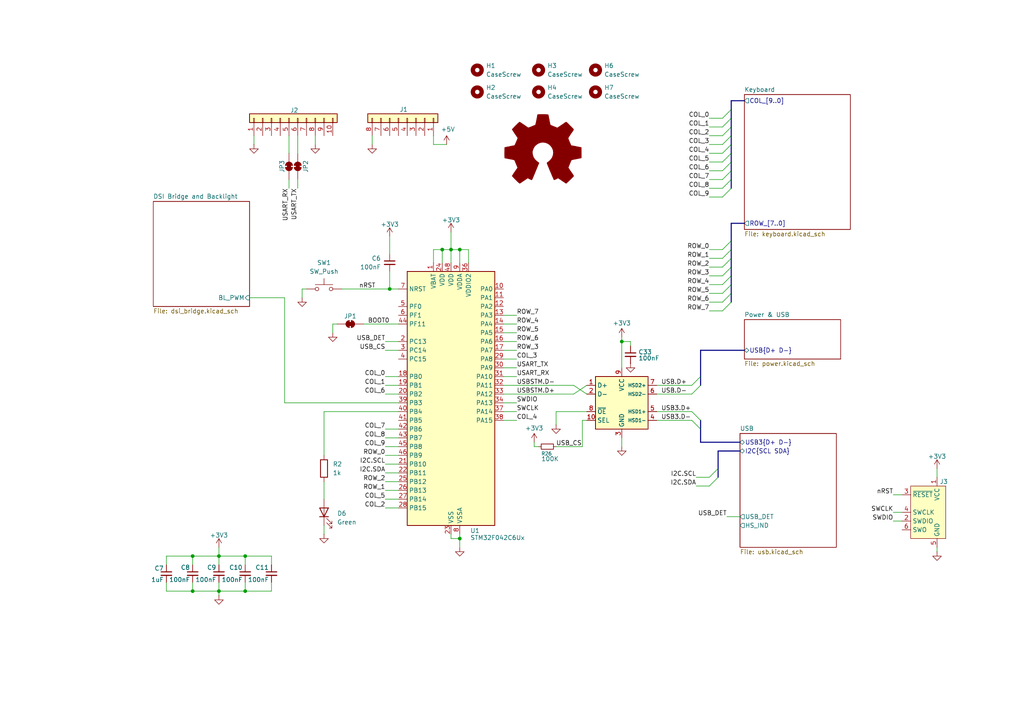
<source format=kicad_sch>
(kicad_sch (version 20250114) (generator "eeschema") (generator_version "9.0")
  (paper "A4")
  (lib_symbols
    (symbol "Connector:Conn_ARM_SWD_TagConnect_TC2030-NL" (in_bom no)
      (property "Reference" "J" (at 2.54 11.43 0))
      (property "Value" "Conn_ARM_SWD_TagConnect_TC2030-NL" (at 2.54 8.89 0))
      (symbol "Conn_ARM_SWD_TagConnect_TC2030-NL_0_0"
        (pin power_in line (at -2.54 10.16 270) (length 2.54) (name "VCC") (number "1"))
        (pin power_in line (at -2.54 -10.16 90) (length 2.54) (name "GND") (number "5"))
        (pin open_collector line (at 7.62 5.08 180) (length 2.54) (name "~{RESET}") (number "3"))
        (pin output line (at 7.62 0 180) (length 2.54) (name "SWCLK") (number "4"))
        (pin bidirectional line (at 7.62 -2.54 180) (length 2.54) (name "SWDIO") (number "2"))
        (pin input line (at 7.62 -5.08 180) (length 2.54) (name "SWO") (number "6"))
      )
      (symbol "Conn_ARM_SWD_TagConnect_TC2030-NL_0_1"
        (rectangle (start -5.08 7.62) (end 5.08 -7.62) (fill (type background)))
      )
    )
    (symbol "Connector_Generic:Conn_01x08" (pin_names (offset 1.016) (hide yes))
      (property "Reference" "J" (at 0 10.16 0))
      (property "Value" "Conn_01x08" (at 0 -12.7 0))
      (symbol "Conn_01x08_1_1"
        (rectangle (start -1.27 8.89) (end 1.27 -11.43) (stroke (width 0.254)) (fill (type background)))
        (rectangle (start -1.27 7.747) (end 0 7.493) (stroke (width 0.1524)))
        (rectangle (start -1.27 5.207) (end 0 4.953) (stroke (width 0.1524)))
        (rectangle (start -1.27 2.667) (end 0 2.413) (stroke (width 0.1524)))
        (rectangle (start -1.27 0.127) (end 0 -0.127) (stroke (width 0.1524)))
        (rectangle (start -1.27 -2.413) (end 0 -2.667) (stroke (width 0.1524)))
        (rectangle (start -1.27 -4.953) (end 0 -5.207) (stroke (width 0.1524)))
        (rectangle (start -1.27 -7.493) (end 0 -7.747) (stroke (width 0.1524)))
        (rectangle (start -1.27 -10.033) (end 0 -10.287) (stroke (width 0.1524)))
        (pin passive line (at -5.08 7.62 0) (length 3.81) (name "Pin_1") (number "1"))
        (pin passive line (at -5.08 5.08 0) (length 3.81) (name "Pin_2") (number "2"))
        (pin passive line (at -5.08 2.54 0) (length 3.81) (name "Pin_3") (number "3"))
        (pin passive line (at -5.08 0 0) (length 3.81) (name "Pin_4") (number "4"))
        (pin passive line (at -5.08 -2.54 0) (length 3.81) (name "Pin_5") (number "5"))
        (pin passive line (at -5.08 -5.08 0) (length 3.81) (name "Pin_6") (number "6"))
        (pin passive line (at -5.08 -7.62 0) (length 3.81) (name "Pin_7") (number "7"))
        (pin passive line (at -5.08 -10.16 0) (length 3.81) (name "Pin_8") (number "8"))
      )
    )
    (symbol "Connector_Generic:Conn_01x10" (pin_names (offset 1.016) (hide yes))
      (property "Reference" "J" (at 0 12.7 0))
      (property "Value" "Conn_01x10" (at 0 -15.24 0))
      (symbol "Conn_01x10_1_1"
        (rectangle (start -1.27 11.43) (end 1.27 -13.97) (stroke (width 0.254)) (fill (type background)))
        (rectangle (start -1.27 10.287) (end 0 10.033) (stroke (width 0.1524)))
        (rectangle (start -1.27 7.747) (end 0 7.493) (stroke (width 0.1524)))
        (rectangle (start -1.27 5.207) (end 0 4.953) (stroke (width 0.1524)))
        (rectangle (start -1.27 2.667) (end 0 2.413) (stroke (width 0.1524)))
        (rectangle (start -1.27 0.127) (end 0 -0.127) (stroke (width 0.1524)))
        (rectangle (start -1.27 -2.413) (end 0 -2.667) (stroke (width 0.1524)))
        (rectangle (start -1.27 -4.953) (end 0 -5.207) (stroke (width 0.1524)))
        (rectangle (start -1.27 -7.493) (end 0 -7.747) (stroke (width 0.1524)))
        (rectangle (start -1.27 -10.033) (end 0 -10.287) (stroke (width 0.1524)))
        (rectangle (start -1.27 -12.573) (end 0 -12.827) (stroke (width 0.1524)))
        (pin passive line (at -5.08 10.16 0) (length 3.81) (name "Pin_1") (number "1"))
        (pin passive line (at -5.08 7.62 0) (length 3.81) (name "Pin_2") (number "2"))
        (pin passive line (at -5.08 5.08 0) (length 3.81) (name "Pin_3") (number "3"))
        (pin passive line (at -5.08 2.54 0) (length 3.81) (name "Pin_4") (number "4"))
        (pin passive line (at -5.08 0 0) (length 3.81) (name "Pin_5") (number "5"))
        (pin passive line (at -5.08 -2.54 0) (length 3.81) (name "Pin_6") (number "6"))
        (pin passive line (at -5.08 -5.08 0) (length 3.81) (name "Pin_7") (number "7"))
        (pin passive line (at -5.08 -7.62 0) (length 3.81) (name "Pin_8") (number "8"))
        (pin passive line (at -5.08 -10.16 0) (length 3.81) (name "Pin_9") (number "9"))
        (pin passive line (at -5.08 -12.7 0) (length 3.81) (name "Pin_10") (number "10"))
      )
    )
    (symbol "Device:C_Small" (pin_numbers (hide yes)) (pin_names (offset 0.254) (hide yes))
      (property "Reference" "C" (at 0.254 1.778 0))
      (property "Value" "C_Small" (at 0.254 -2.032 0))
      (symbol "C_Small_0_1"
        (polyline (pts (xy -1.524 0.508) (xy 1.524 0.508)) (stroke (width 0.3048)))
        (polyline (pts (xy -1.524 -0.508) (xy 1.524 -0.508)) (stroke (width 0.3302)))
      )
      (symbol "C_Small_1_1"
        (pin passive line (at 0 2.54 270) (length 2.032) (name "~") (number "1"))
        (pin passive line (at 0 -2.54 90) (length 2.032) (name "~") (number "2"))
      )
    )
    (symbol "Device:LED" (pin_numbers (hide yes)) (pin_names (offset 1.016) (hide yes))
      (property "Reference" "D" (at 0 2.54 0))
      (property "Value" "LED" (at 0 -2.54 0))
      (symbol "LED_0_1"
        (polyline (pts (xy -3.048 -0.762) (xy -4.572 -2.286) (xy -3.81 -2.286) (xy -4.572 -2.286) (xy -4.572 -1.524)))
        (polyline (pts (xy -1.778 -0.762) (xy -3.302 -2.286) (xy -2.54 -2.286) (xy -3.302 -2.286) (xy -3.302 -1.524)))
        (polyline (pts (xy -1.27 0) (xy 1.27 0)))
        (polyline (pts (xy -1.27 -1.27) (xy -1.27 1.27)) (stroke (width 0.254)))
        (polyline (pts (xy 1.27 -1.27) (xy 1.27 1.27) (xy -1.27 0) (xy 1.27 -1.27)) (stroke (width 0.254)))
      )
      (symbol "LED_1_1"
        (pin passive line (at -3.81 0 0) (length 2.54) (name "K") (number "1"))
        (pin passive line (at 3.81 0 180) (length 2.54) (name "A") (number "2"))
      )
    )
    (symbol "Device:R" (pin_numbers (hide yes)) (pin_names (offset 0))
      (property "Reference" "R" (at 2.032 0 90))
      (property "Value" "R" (at 0 0 90))
      (symbol "R_0_1"
        (rectangle (start -1.016 -2.54) (end 1.016 2.54) (stroke (width 0.254)))
      )
      (symbol "R_1_1"
        (pin passive line (at 0 3.81 270) (length 1.27) (name "~") (number "1"))
        (pin passive line (at 0 -3.81 90) (length 1.27) (name "~") (number "2"))
      )
    )
    (symbol "Device:R_Small" (pin_numbers (hide yes)) (pin_names (offset 0.254) (hide yes))
      (property "Reference" "R" (at 0 0 90))
      (property "Value" "R_Small" (at 1.778 0 90))
      (symbol "R_Small_0_1"
        (rectangle (start -0.762 1.778) (end 0.762 -1.778) (stroke (width 0.2032)))
      )
      (symbol "R_Small_1_1"
        (pin passive line (at 0 2.54 270) (length 0.762) (name "~") (number "1"))
        (pin passive line (at 0 -2.54 90) (length 0.762) (name "~") (number "2"))
      )
    )
    (symbol "Graphic:Logo_Open_Hardware_Large" (in_bom no) (on_board no)
      (symbol "Logo_Open_Hardware_Large_1_1"
        (polyline (pts (xy 6.731 -8.7122) (xy 6.6294 -8.6614) (xy 6.35 -8.4836) (xy 5.9944 -8.255) (xy 5.5372 -7.9502) (xy 5.1054 -7.6454) (xy 4.7498 -7.4168) (xy 4.4958 -7.239) (xy 4.3942 -7.1882) (xy 4.318 -7.2136) (xy 4.1148 -7.3152) (xy 3.81 -7.4676) (xy 3.6322 -7.5692) (xy 3.3528 -7.6708) (xy 3.2258 -7.6962) (xy 3.2004 -7.6708) (xy 3.0988 -7.4676) (xy 2.9464 -7.0866) (xy 2.7178 -6.604) (xy 2.4892 -6.0452) (xy 2.2352 -5.4356) (xy 1.9558 -4.826) (xy 1.7272 -4.2164) (xy 1.4986 -3.683) (xy 1.3208 -3.2512) (xy 1.2192 -2.9464) (xy 1.1684 -2.8194) (xy 1.1938 -2.794) (xy 1.3208 -2.667) (xy 1.5748 -2.4892) (xy 2.0828 -2.0574) (xy 2.6162 -1.397) (xy 2.921 -0.6604) (xy 3.048 0.1524) (xy 2.9464 0.9144) (xy 2.6416 1.6256) (xy 2.1336 2.286) (xy 1.524 2.7686) (xy 0.8128 3.0734) (xy 0 3.175) (xy -0.762 3.0988) (xy -1.4986 2.794) (xy -2.159 2.286) (xy -2.4384 1.9812) (xy -2.8194 1.3208) (xy -3.048 0.6096) (xy -3.0734 0.4318) (xy -3.0226 -0.3556) (xy -2.794 -1.0922) (xy -2.3876 -1.7526) (xy -1.8288 -2.3114) (xy -1.7526 -2.3622) (xy -1.4732 -2.5654) (xy -1.2954 -2.6924) (xy -1.1684 -2.8194) (xy -2.159 -5.207) (xy -2.3114 -5.588) (xy -2.5908 -6.2484) (xy -2.8194 -6.8072) (xy -3.0226 -7.2644) (xy -3.1496 -7.5692) (xy -3.2258 -7.6708) (xy -3.2258 -7.6962) (xy -3.302 -7.6962) (xy -3.4798 -7.6454) (xy -3.8354 -7.4676) (xy -4.0386 -7.366) (xy -4.2926 -7.239) (xy -4.4196 -7.1882) (xy -4.5212 -7.239) (xy -4.7498 -7.3914) (xy -5.1054 -7.6454) (xy -5.5372 -7.9248) (xy -5.9436 -8.2042) (xy -6.3246 -8.4582) (xy -6.604 -8.636) (xy -6.731 -8.7122) (xy -6.7564 -8.7122) (xy -6.858 -8.636) (xy -7.0866 -8.4582) (xy -7.4168 -8.1534) (xy -7.874 -7.6962) (xy -7.9502 -7.62) (xy -8.3312 -7.239) (xy -8.636 -6.9088) (xy -8.8392 -6.6802) (xy -8.9154 -6.5786) (xy -8.9154 -6.5786) (xy -8.8392 -6.4516) (xy -8.6614 -6.1722) (xy -8.4328 -5.7912) (xy -8.128 -5.3594) (xy -7.3152 -4.191) (xy -7.7724 -3.0988) (xy -7.8994 -2.7686) (xy -8.0772 -2.3622) (xy -8.2042 -2.0828) (xy -8.255 -1.9558) (xy -8.382 -1.905) (xy -8.6614 -1.8542) (xy -9.0932 -1.7526) (xy -9.6266 -1.651) (xy -10.1092 -1.5748) (xy -10.541 -1.4732) (xy -10.8712 -1.4224) (xy -11.0236 -1.397) (xy -11.049 -1.3716) (xy -11.0744 -1.2954) (xy -11.0998 -1.143) (xy -11.0998 -0.889) (xy -11.1252 -0.4572) (xy -11.1252 0.1524) (xy -11.1252 0.2286) (xy -11.0998 0.8128) (xy -11.0998 1.27) (xy -11.0744 1.5494) (xy -11.0744 1.6764) (xy -11.0744 1.6764) (xy -10.922 1.7018) (xy -10.6172 1.778) (xy -10.16 1.8542) (xy -9.652 1.9558) (xy -9.6012 1.9812) (xy -9.0932 2.0828) (xy -8.636 2.159) (xy -8.3312 2.2352) (xy -8.2042 2.286) (xy -8.1788 2.3114) (xy -8.0772 2.5146) (xy -7.9248 2.8448) (xy -7.747 3.2512) (xy -7.5692 3.6576) (xy -7.4168 4.0386) (xy -7.3152 4.318) (xy -7.2898 4.445) (xy -7.2898 4.445) (xy -7.366 4.572) (xy -7.5438 4.826) (xy -7.7978 5.207) (xy -8.128 5.6642) (xy -8.128 5.6896) (xy -8.4328 6.1468) (xy -8.6868 6.5278) (xy -8.8392 6.7818) (xy -8.9154 6.9088) (xy -8.9154 6.9088) (xy -8.8138 7.0358) (xy -8.5852 7.2898) (xy -8.255 7.6454) (xy -7.874 8.0264) (xy -7.747 8.1534) (xy -7.3152 8.5852) (xy -7.0104 8.8646) (xy -6.8326 8.9916) (xy -6.731 9.0424) (xy -6.731 9.0424) (xy -6.604 8.9408) (xy -6.3246 8.763) (xy -5.9436 8.509) (xy -5.4864 8.2042) (xy -5.461 8.1788) (xy -5.0038 7.874) (xy -4.6482 7.62) (xy -4.3688 7.4422) (xy -4.2672 7.3914) (xy -4.2418 7.3914) (xy -4.064 7.4422) (xy -3.7338 7.5438) (xy -3.3528 7.6962) (xy -2.9464 7.874) (xy -2.5654 8.0264) (xy -2.286 8.1534) (xy -2.159 8.2296) (xy -2.159 8.2296) (xy -2.1082 8.382) (xy -2.032 8.7122) (xy -1.9304 9.1694) (xy -1.8288 9.7282) (xy -1.8034 9.8044) (xy -1.7018 10.3378) (xy -1.6256 10.7696) (xy -1.5748 11.0744) (xy -1.524 11.2014) (xy -1.4478 11.2268) (xy -1.1938 11.2522) (xy -0.8128 11.2522) (xy -0.3302 11.2522) (xy 0.1524 11.2522) (xy 0.6604 11.2522) (xy 1.0668 11.2268) (xy 1.3716 11.2014) (xy 1.4986 11.176) (xy 1.4986 11.176) (xy 1.5494 11.0236) (xy 1.6256 10.6934) (xy 1.7018 10.2108) (xy 1.8288 9.6774) (xy 1.8288 9.5758) (xy 1.9304 9.0424) (xy 2.032 8.6106) (xy 2.0828 8.3058) (xy 2.1336 8.2042) (xy 2.159 8.1788) (xy 2.3876 8.0772) (xy 2.7432 7.9248) (xy 3.175 7.747) (xy 4.191 7.3406) (xy 5.461 8.2042) (xy 5.5626 8.2804) (xy 6.0198 8.5852) (xy 6.3754 8.8392) (xy 6.6294 8.9916) (xy 6.7564 9.0424) (xy 6.7564 9.0424) (xy 6.8834 8.9408) (xy 7.1374 8.7122) (xy 7.4676 8.382) (xy 7.8486 7.9756) (xy 8.1534 7.6962) (xy 8.4836 7.3406) (xy 8.7122 7.112) (xy 8.8392 6.9596) (xy 8.8646 6.858) (xy 8.8646 6.8072) (xy 8.7884 6.6802) (xy 8.6106 6.4008) (xy 8.3312 6.0198) (xy 8.0264 5.588) (xy 7.7978 5.207) (xy 7.5184 4.8006) (xy 7.3406 4.4958) (xy 7.2898 4.3434) (xy 7.2898 4.2926) (xy 7.3914 4.0386) (xy 7.5184 3.683) (xy 7.7216 3.2258) (xy 8.1534 2.2352) (xy 8.7884 2.1082) (xy 9.1948 2.0574) (xy 9.7536 1.9304) (xy 10.2616 1.8288) (xy 11.0998 1.6764) (xy 11.1252 -1.3208) (xy 10.9982 -1.3716) (xy 10.8712 -1.397) (xy 10.5664 -1.4732) (xy 10.1346 -1.5494) (xy 9.6266 -1.651) (xy 9.1948 -1.7272) (xy 8.7376 -1.8288) (xy 8.4328 -1.8796) (xy 8.2804 -1.905) (xy 8.255 -1.9558) (xy 8.1534 -2.159) (xy 7.9756 -2.5146) (xy 7.8232 -2.921) (xy 7.6454 -3.3274) (xy 7.493 -3.7338) (xy 7.366 -4.0132) (xy 7.3406 -4.191) (xy 7.3914 -4.2926) (xy 7.5692 -4.5466) (xy 7.7978 -4.9276) (xy 8.1026 -5.3594) (xy 8.4074 -5.7912) (xy 8.6614 -6.1722) (xy 8.8138 -6.4262) (xy 8.89 -6.5532) (xy 8.8646 -6.6548) (xy 8.6868 -6.858) (xy 8.3566 -7.1882) (xy 7.874 -7.6708) (xy 7.7978 -7.747) (xy 7.3914 -8.128) (xy 7.0612 -8.4328) (xy 6.8326 -8.636) (xy 6.731 -8.7122)) (fill (type outline)))
      )
    )
    (symbol "Interface_USB:FSUSB42MUX"
      (symbol "FSUSB42MUX_0_1"
        (rectangle (start -7.62 7.62) (end 7.62 -7.62) (stroke (width 0.254)) (fill (type background)))
      )
      (symbol "FSUSB42MUX_1_1"
        (pin bidirectional line (at -10.16 5.08 0) (length 2.54) (name "D+") (number "1"))
        (pin bidirectional line (at -10.16 2.54 0) (length 2.54) (name "D-") (number "2"))
        (pin input line (at -10.16 -2.54 0) (length 2.54) (name "~{OE}") (number "8"))
        (pin input line (at -10.16 -5.08 0) (length 2.54) (name "SEL") (number "10"))
        (pin power_in line (at 0 10.16 270) (length 2.54) (name "VCC") (number "9"))
        (pin power_in line (at 0 -10.16 90) (length 2.54) (name "GND") (number "3"))
        (pin bidirectional line (at 10.16 5.08 180) (length 2.54) (name "HSD2+") (number "7"))
        (pin bidirectional line (at 10.16 2.54 180) (length 2.54) (name "HSD2-") (number "6"))
        (pin bidirectional line (at 10.16 -2.54 180) (length 2.54) (name "HSD1+") (number "5"))
        (pin bidirectional line (at 10.16 -5.08 180) (length 2.54) (name "HSD1-") (number "4"))
      )
    )
    (symbol "Jumper:SolderJumper_2_Bridged" (pin_numbers (hide yes)) (pin_names (offset 0) (hide yes)) (in_bom no)
      (property "Reference" "JP" (at 0 2.032 0))
      (property "Value" "SolderJumper_2_Bridged" (at 0 -2.54 0))
      (symbol "SolderJumper_2_Bridged_0_1"
        (rectangle (start -0.508 0.508) (end 0.508 -0.508) (fill (type outline)))
        (polyline (pts (xy -0.254 1.016) (xy -0.254 -1.016)))
        (arc (start -0.254 -1.016) (mid -1.2656 0) (end -0.254 1.016))
        (arc (start -0.254 -1.016) (mid -1.2656 0) (end -0.254 1.016) (fill (type outline)))
        (arc (start 0.254 1.016) (mid 1.2656 0) (end 0.254 -1.016))
        (arc (start 0.254 1.016) (mid 1.2656 0) (end 0.254 -1.016) (fill (type outline)))
        (polyline (pts (xy 0.254 1.016) (xy 0.254 -1.016)))
      )
      (symbol "SolderJumper_2_Bridged_1_1"
        (pin passive line (at -3.81 0 0) (length 2.54) (name "A") (number "1"))
        (pin passive line (at 3.81 0 180) (length 2.54) (name "B") (number "2"))
      )
    )
    (symbol "MCU_ST_STM32F0:STM32F042C6Ux"
      (property "Reference" "U" (at -12.7 39.37 0))
      (property "Value" "STM32F042C6Ux" (at 7.62 39.37 0))
      (symbol "STM32F042C6Ux_0_1"
        (rectangle (start -12.7 -35.56) (end 12.7 38.1) (stroke (width 0.254)) (fill (type background)))
      )
      (symbol "STM32F042C6Ux_1_1"
        (pin input line (at -15.24 33.02 0) (length 2.54) (name "NRST") (number "7"))
        (pin bidirectional line (at -15.24 27.94 0) (length 2.54) (name "PF0") (number "5"))
        (pin bidirectional line (at -15.24 25.4 0) (length 2.54) (name "PF1") (number "6"))
        (pin bidirectional line (at -15.24 22.86 0) (length 2.54) (name "PF11") (number "44"))
        (pin bidirectional line (at -15.24 17.78 0) (length 2.54) (name "PC13") (number "2"))
        (pin bidirectional line (at -15.24 15.24 0) (length 2.54) (name "PC14") (number "3"))
        (pin bidirectional line (at -15.24 12.7 0) (length 2.54) (name "PC15") (number "4"))
        (pin bidirectional line (at -15.24 7.62 0) (length 2.54) (name "PB0") (number "18"))
        (pin bidirectional line (at -15.24 5.08 0) (length 2.54) (name "PB1") (number "19"))
        (pin bidirectional line (at -15.24 2.54 0) (length 2.54) (name "PB2") (number "20"))
        (pin bidirectional line (at -15.24 0 0) (length 2.54) (name "PB3") (number "39"))
        (pin bidirectional line (at -15.24 -2.54 0) (length 2.54) (name "PB4") (number "40"))
        (pin bidirectional line (at -15.24 -5.08 0) (length 2.54) (name "PB5") (number "41"))
        (pin bidirectional line (at -15.24 -7.62 0) (length 2.54) (name "PB6") (number "42"))
        (pin bidirectional line (at -15.24 -10.16 0) (length 2.54) (name "PB7") (number "43"))
        (pin bidirectional line (at -15.24 -12.7 0) (length 2.54) (name "PB8") (number "45"))
        (pin bidirectional line (at -15.24 -15.24 0) (length 2.54) (name "PB9") (number "46"))
        (pin bidirectional line (at -15.24 -17.78 0) (length 2.54) (name "PB10") (number "21"))
        (pin bidirectional line (at -15.24 -20.32 0) (length 2.54) (name "PB11") (number "22"))
        (pin bidirectional line (at -15.24 -22.86 0) (length 2.54) (name "PB12") (number "25"))
        (pin bidirectional line (at -15.24 -25.4 0) (length 2.54) (name "PB13") (number "26"))
        (pin bidirectional line (at -15.24 -27.94 0) (length 2.54) (name "PB14") (number "27"))
        (pin bidirectional line (at -15.24 -30.48 0) (length 2.54) (name "PB15") (number "28"))
        (pin power_in line (at -5.08 40.64 270) (length 2.54) (name "VBAT") (number "1"))
        (pin power_in line (at -2.54 40.64 270) (length 2.54) (name "VDD") (number "24"))
        (pin power_in line (at 0 40.64 270) (length 2.54) (name "VDD") (number "48"))
        (pin power_in line (at 0 -38.1 90) (length 2.54) (name "VSS") (number "23"))
        (pin passive line (at 0 -38.1 90) (length 2.54) (hide yes) (name "VSS") (number "35"))
        (pin passive line (at 0 -38.1 90) (length 2.54) (hide yes) (name "VSS") (number "47"))
        (pin passive line (at 0 -38.1 90) (length 2.54) (hide yes) (name "VSS") (number "49"))
        (pin power_in line (at 2.54 40.64 270) (length 2.54) (name "VDDA") (number "9"))
        (pin power_in line (at 2.54 -38.1 90) (length 2.54) (name "VSSA") (number "8"))
        (pin power_in line (at 5.08 40.64 270) (length 2.54) (name "VDDIO2") (number "36"))
        (pin bidirectional line (at 15.24 33.02 180) (length 2.54) (name "PA0") (number "10"))
        (pin bidirectional line (at 15.24 30.48 180) (length 2.54) (name "PA1") (number "11"))
        (pin bidirectional line (at 15.24 27.94 180) (length 2.54) (name "PA2") (number "12"))
        (pin bidirectional line (at 15.24 25.4 180) (length 2.54) (name "PA3") (number "13"))
        (pin bidirectional line (at 15.24 22.86 180) (length 2.54) (name "PA4") (number "14"))
        (pin bidirectional line (at 15.24 20.32 180) (length 2.54) (name "PA5") (number "15"))
        (pin bidirectional line (at 15.24 17.78 180) (length 2.54) (name "PA6") (number "16"))
        (pin bidirectional line (at 15.24 15.24 180) (length 2.54) (name "PA7") (number "17"))
        (pin bidirectional line (at 15.24 12.7 180) (length 2.54) (name "PA8") (number "29"))
        (pin bidirectional line (at 15.24 10.16 180) (length 2.54) (name "PA9") (number "30"))
        (pin bidirectional line (at 15.24 7.62 180) (length 2.54) (name "PA10") (number "31"))
        (pin bidirectional line (at 15.24 5.08 180) (length 2.54) (name "PA11") (number "32"))
        (pin bidirectional line (at 15.24 2.54 180) (length 2.54) (name "PA12") (number "33"))
        (pin bidirectional line (at 15.24 0 180) (length 2.54) (name "PA13") (number "34"))
        (pin bidirectional line (at 15.24 -2.54 180) (length 2.54) (name "PA14") (number "37"))
        (pin bidirectional line (at 15.24 -5.08 180) (length 2.54) (name "PA15") (number "38"))
      )
    )
    (symbol "Mechanical:MountingHole" (pin_names (offset 1.016)) (in_bom no)
      (property "Reference" "H" (at 0 5.08 0))
      (property "Value" "MountingHole" (at 0 3.175 0))
      (symbol "MountingHole_0_1"
        (circle (center 0 0) (radius 1.27) (stroke (width 1.27)))
      )
    )
    (symbol "Switch:SW_Push" (pin_numbers (hide yes)) (pin_names (offset 1.016) (hide yes))
      (property "Reference" "SW" (at 1.27 2.54 0))
      (property "Value" "SW_Push" (at 0 -1.524 0))
      (symbol "SW_Push_0_1"
        (circle (center -2.032 0) (radius 0.508))
        (polyline (pts (xy 0 1.27) (xy 0 3.048)))
        (circle (center 2.032 0) (radius 0.508))
        (polyline (pts (xy 2.54 1.27) (xy -2.54 1.27)))
        (pin passive line (at -5.08 0 0) (length 2.54) (name "1") (number "1"))
        (pin passive line (at 5.08 0 180) (length 2.54) (name "2") (number "2"))
      )
    )
    (symbol "power:+3V3" (power) (pin_numbers (hide yes)) (pin_names (offset 0) (hide yes))
      (property "Value" "+3V3" (at 0 3.556 0))
      (symbol "+3V3_0_1"
        (polyline (pts (xy -0.762 1.27) (xy 0 2.54)))
        (polyline (pts (xy 0 2.54) (xy 0.762 1.27)))
        (polyline (pts (xy 0 0) (xy 0 2.54)))
      )
      (symbol "+3V3_1_1"
        (pin power_in line (at 0 0 90) (length 0) (name "~") (number "1"))
      )
    )
    (symbol "power:+5V" (power) (pin_names (offset 0))
      (property "Value" "+5V" (at 0 3.556 0))
      (symbol "+5V_0_1"
        (polyline (pts (xy -0.762 1.27) (xy 0 2.54)))
        (polyline (pts (xy 0 2.54) (xy 0.762 1.27)))
        (polyline (pts (xy 0 0) (xy 0 2.54)))
      )
      (symbol "+5V_1_1"
        (pin power_in line (at 0 0 90) (length 0) (hide yes) (name "+5V") (number "1"))
      )
    )
    (symbol "power:GND" (power) (pin_numbers (hide yes)) (pin_names (offset 0) (hide yes))
      (property "Value" "GND" (at 0 -3.81 0))
      (symbol "GND_0_1"
        (polyline (pts (xy 0 0) (xy 0 -1.27) (xy 1.27 -1.27) (xy 0 -2.54) (xy -1.27 -1.27) (xy 0 -1.27)))
      )
      (symbol "GND_1_1"
        (pin power_in line (at 0 0 270) (length 0) (name "~") (number "1"))
      )
    )
  )
  (junction (at 63.5 161.29))
  (junction (at 63.5 171.45))
  (junction (at 128.27 72.39))
  (junction (at 133.35 156.21))
  (junction (at 55.88 171.45))
  (junction (at 71.12 161.29))
  (junction (at 130.81 72.39))
  (junction (at 71.12 171.45))
  (junction (at 113.03 83.82))
  (junction (at 133.35 72.39))
  (junction (at 55.88 161.29))
  (junction (at 180.34 99.06))
  (bus_entry (at 200.66 119.38) (size 2.54 2.54))
  (bus_entry (at 212.09 44.45) (size -2.54 2.54))
  (bus_entry (at 212.09 41.91) (size -2.54 2.54))
  (bus_entry (at 212.09 85.09) (size -2.54 2.54))
  (bus_entry (at 212.09 34.29) (size -2.54 2.54))
  (bus_entry (at 212.09 82.55) (size -2.54 2.54))
  (bus_entry (at 212.09 52.07) (size -2.54 2.54))
  (bus_entry (at 200.66 121.92) (size 2.54 2.54))
  (bus_entry (at 205.74 138.43) (size 2.54 -2.54))
  (bus_entry (at 212.09 36.83) (size -2.54 2.54))
  (bus_entry (at 212.09 69.85) (size -2.54 2.54))
  (bus_entry (at 205.74 140.97) (size 2.54 -2.54))
  (bus_entry (at 212.09 80.01) (size -2.54 2.54))
  (bus_entry (at 212.09 39.37) (size -2.54 2.54))
  (bus_entry (at 212.09 54.61) (size -2.54 2.54))
  (bus_entry (at 212.09 77.47) (size -2.54 2.54))
  (bus_entry (at 212.09 46.99) (size -2.54 2.54))
  (bus_entry (at 200.66 114.3) (size 2.54 -2.54))
  (bus_entry (at 212.09 31.75) (size -2.54 2.54))
  (bus_entry (at 212.09 87.63) (size -2.54 2.54))
  (bus_entry (at 212.09 74.93) (size -2.54 2.54))
  (bus_entry (at 212.09 72.39) (size -2.54 2.54))
  (bus_entry (at 200.66 111.76) (size 2.54 -2.54))
  (bus_entry (at 212.09 49.53) (size -2.54 2.54))
  (wire (pts (xy 78.74 161.29) (xy 78.74 163.83)))
  (wire (pts (xy 115.57 147.32) (xy 111.76 147.32)))
  (wire (pts (xy 190.5 121.92) (xy 200.66 121.92)))
  (wire (pts (xy 133.35 72.39) (xy 130.81 72.39)))
  (wire (pts (xy 86.36 44.45) (xy 86.36 39.37)))
  (wire (pts (xy 146.05 114.3) (xy 166.37 114.3)))
  (bus (pts (xy 212.09 77.47) (xy 212.09 74.93)))
  (wire (pts (xy 63.5 171.45) (xy 63.5 172.72)))
  (bus (pts (xy 212.09 80.01) (xy 212.09 77.47)))
  (wire (pts (xy 166.37 114.3) (xy 170.18 111.76)))
  (wire (pts (xy 205.74 49.53) (xy 209.55 49.53)))
  (wire (pts (xy 115.57 132.08) (xy 111.76 132.08)))
  (wire (pts (xy 168.91 121.92) (xy 170.18 121.92)))
  (wire (pts (xy 63.5 161.29) (xy 63.5 163.83)))
  (wire (pts (xy 99.06 83.82) (xy 113.03 83.82)))
  (wire (pts (xy 115.57 111.76) (xy 111.76 111.76)))
  (wire (pts (xy 125.73 41.91) (xy 125.73 39.37)))
  (wire (pts (xy 205.74 57.15) (xy 209.55 57.15)))
  (wire (pts (xy 125.73 76.2) (xy 125.73 72.39)))
  (wire (pts (xy 161.29 119.38) (xy 161.29 123.19)))
  (wire (pts (xy 205.74 87.63) (xy 209.55 87.63)))
  (wire (pts (xy 93.98 154.94) (xy 93.98 152.4)))
  (bus (pts (xy 212.09 85.09) (xy 212.09 82.55)))
  (wire (pts (xy 180.34 99.06) (xy 180.34 106.68)))
  (wire (pts (xy 115.57 144.78) (xy 111.76 144.78)))
  (bus (pts (xy 208.28 130.81) (xy 208.28 135.89)))
  (wire (pts (xy 113.03 83.82) (xy 115.57 83.82)))
  (wire (pts (xy 205.74 41.91) (xy 209.55 41.91)))
  (wire (pts (xy 205.74 82.55) (xy 209.55 82.55)))
  (wire (pts (xy 128.27 76.2) (xy 128.27 72.39)))
  (wire (pts (xy 105.41 93.98) (xy 115.57 93.98)))
  (wire (pts (xy 133.35 76.2) (xy 133.35 72.39)))
  (wire (pts (xy 259.08 143.51) (xy 261.62 143.51)))
  (wire (pts (xy 146.05 119.38) (xy 149.86 119.38)))
  (wire (pts (xy 55.88 161.29) (xy 55.88 163.83)))
  (wire (pts (xy 166.37 111.76) (xy 170.18 114.3)))
  (wire (pts (xy 115.57 124.46) (xy 111.76 124.46)))
  (bus (pts (xy 212.09 36.83) (xy 212.09 34.29)))
  (wire (pts (xy 190.5 111.76) (xy 200.66 111.76)))
  (wire (pts (xy 259.08 148.59) (xy 261.62 148.59)))
  (wire (pts (xy 135.89 72.39) (xy 133.35 72.39)))
  (wire (pts (xy 73.66 39.37) (xy 73.66 41.91)))
  (wire (pts (xy 135.89 76.2) (xy 135.89 72.39)))
  (wire (pts (xy 146.05 111.76) (xy 166.37 111.76)))
  (wire (pts (xy 130.81 72.39) (xy 130.81 76.2)))
  (wire (pts (xy 107.95 39.37) (xy 107.95 41.91)))
  (wire (pts (xy 115.57 119.38) (xy 93.98 119.38)))
  (wire (pts (xy 133.35 154.94) (xy 133.35 156.21)))
  (wire (pts (xy 168.91 121.92) (xy 168.91 129.54)))
  (wire (pts (xy 205.74 39.37) (xy 209.55 39.37)))
  (wire (pts (xy 271.78 135.89) (xy 271.78 138.43)))
  (wire (pts (xy 190.5 114.3) (xy 200.66 114.3)))
  (wire (pts (xy 82.55 86.36) (xy 82.55 116.84)))
  (wire (pts (xy 48.26 171.45) (xy 48.26 168.91)))
  (wire (pts (xy 130.81 156.21) (xy 133.35 156.21)))
  (wire (pts (xy 63.5 168.91) (xy 63.5 171.45)))
  (wire (pts (xy 205.74 140.97) (xy 201.93 140.97)))
  (wire (pts (xy 111.76 101.6) (xy 115.57 101.6)))
  (wire (pts (xy 83.82 52.07) (xy 83.82 54.61)))
  (bus (pts (xy 212.09 72.39) (xy 212.09 69.85)))
  (wire (pts (xy 154.94 129.54) (xy 156.21 129.54)))
  (wire (pts (xy 115.57 109.22) (xy 111.76 109.22)))
  (bus (pts (xy 203.2 101.6) (xy 215.9 101.6)))
  (wire (pts (xy 63.5 171.45) (xy 71.12 171.45)))
  (wire (pts (xy 97.79 93.98) (xy 96.52 93.98)))
  (wire (pts (xy 271.78 160.02) (xy 271.78 158.75)))
  (wire (pts (xy 259.08 151.13) (xy 261.62 151.13)))
  (bus (pts (xy 212.09 85.09) (xy 212.09 87.63)))
  (wire (pts (xy 205.74 34.29) (xy 209.55 34.29)))
  (wire (pts (xy 72.39 86.36) (xy 82.55 86.36)))
  (bus (pts (xy 203.2 111.76) (xy 203.2 109.22)))
  (wire (pts (xy 91.44 39.37) (xy 91.44 41.91)))
  (wire (pts (xy 88.9 83.82) (xy 87.63 83.82)))
  (wire (pts (xy 205.74 80.01) (xy 209.55 80.01)))
  (wire (pts (xy 180.34 97.79) (xy 180.34 99.06)))
  (wire (pts (xy 115.57 139.7) (xy 111.76 139.7)))
  (wire (pts (xy 146.05 116.84) (xy 149.86 116.84)))
  (wire (pts (xy 182.88 99.06) (xy 182.88 100.33)))
  (wire (pts (xy 205.74 52.07) (xy 209.55 52.07)))
  (wire (pts (xy 154.94 128.27) (xy 154.94 129.54)))
  (wire (pts (xy 205.74 72.39) (xy 209.55 72.39)))
  (bus (pts (xy 212.09 44.45) (xy 212.09 41.91)))
  (bus (pts (xy 212.09 39.37) (xy 212.09 36.83)))
  (wire (pts (xy 115.57 127) (xy 111.76 127)))
  (wire (pts (xy 146.05 121.92) (xy 149.86 121.92)))
  (wire (pts (xy 55.88 168.91) (xy 55.88 171.45)))
  (wire (pts (xy 146.05 104.14) (xy 149.86 104.14)))
  (bus (pts (xy 212.09 41.91) (xy 212.09 39.37)))
  (bus (pts (xy 215.9 29.21) (xy 212.09 29.21)))
  (wire (pts (xy 205.74 54.61) (xy 209.55 54.61)))
  (wire (pts (xy 115.57 129.54) (xy 111.76 129.54)))
  (bus (pts (xy 208.28 135.89) (xy 208.28 138.43)))
  (wire (pts (xy 87.63 83.82) (xy 87.63 86.36)))
  (wire (pts (xy 146.05 101.6) (xy 149.86 101.6)))
  (bus (pts (xy 214.63 130.81) (xy 208.28 130.81)))
  (wire (pts (xy 86.36 54.61) (xy 86.36 52.07)))
  (wire (pts (xy 48.26 163.83) (xy 48.26 161.29)))
  (bus (pts (xy 212.09 34.29) (xy 212.09 31.75)))
  (wire (pts (xy 48.26 161.29) (xy 55.88 161.29)))
  (wire (pts (xy 205.74 138.43) (xy 201.93 138.43)))
  (wire (pts (xy 205.74 74.93) (xy 209.55 74.93)))
  (wire (pts (xy 83.82 39.37) (xy 83.82 44.45)))
  (wire (pts (xy 180.34 99.06) (xy 182.88 99.06)))
  (wire (pts (xy 205.74 36.83) (xy 209.55 36.83)))
  (bus (pts (xy 212.09 49.53) (xy 212.09 46.99)))
  (wire (pts (xy 55.88 171.45) (xy 63.5 171.45)))
  (bus (pts (xy 212.09 82.55) (xy 212.09 80.01)))
  (wire (pts (xy 205.74 44.45) (xy 209.55 44.45)))
  (wire (pts (xy 205.74 85.09) (xy 209.55 85.09)))
  (bus (pts (xy 215.9 64.77) (xy 212.09 64.77)))
  (bus (pts (xy 203.2 124.46) (xy 203.2 128.27)))
  (wire (pts (xy 161.29 129.54) (xy 168.91 129.54)))
  (wire (pts (xy 82.55 116.84) (xy 115.57 116.84)))
  (wire (pts (xy 78.74 171.45) (xy 78.74 168.91)))
  (wire (pts (xy 125.73 41.91) (xy 129.54 41.91)))
  (bus (pts (xy 212.09 54.61) (xy 212.09 52.07)))
  (wire (pts (xy 115.57 134.62) (xy 111.76 134.62)))
  (bus (pts (xy 203.2 109.22) (xy 203.2 101.6)))
  (bus (pts (xy 212.09 46.99) (xy 212.09 44.45)))
  (wire (pts (xy 205.74 77.47) (xy 209.55 77.47)))
  (wire (pts (xy 146.05 106.68) (xy 149.86 106.68)))
  (bus (pts (xy 212.09 64.77) (xy 212.09 69.85)))
  (wire (pts (xy 190.5 119.38) (xy 200.66 119.38)))
  (wire (pts (xy 133.35 156.21) (xy 133.35 158.75)))
  (wire (pts (xy 113.03 68.58) (xy 113.03 73.66)))
  (wire (pts (xy 146.05 96.52) (xy 149.86 96.52)))
  (wire (pts (xy 170.18 119.38) (xy 161.29 119.38)))
  (wire (pts (xy 55.88 171.45) (xy 48.26 171.45)))
  (bus (pts (xy 203.2 121.92) (xy 203.2 124.46)))
  (wire (pts (xy 205.74 90.17) (xy 209.55 90.17)))
  (wire (pts (xy 113.03 78.74) (xy 113.03 83.82)))
  (wire (pts (xy 71.12 171.45) (xy 71.12 168.91)))
  (wire (pts (xy 205.74 46.99) (xy 209.55 46.99)))
  (bus (pts (xy 212.09 52.07) (xy 212.09 49.53)))
  (bus (pts (xy 212.09 31.75) (xy 212.09 29.21)))
  (wire (pts (xy 115.57 137.16) (xy 111.76 137.16)))
  (wire (pts (xy 146.05 109.22) (xy 149.86 109.22)))
  (wire (pts (xy 115.57 99.06) (xy 111.76 99.06)))
  (wire (pts (xy 146.05 93.98) (xy 149.86 93.98)))
  (wire (pts (xy 93.98 119.38) (xy 93.98 132.08)))
  (bus (pts (xy 214.63 128.27) (xy 203.2 128.27)))
  (wire (pts (xy 146.05 99.06) (xy 149.86 99.06)))
  (wire (pts (xy 71.12 161.29) (xy 78.74 161.29)))
  (wire (pts (xy 115.57 142.24) (xy 111.76 142.24)))
  (wire (pts (xy 214.63 149.86) (xy 210.82 149.86)))
  (wire (pts (xy 96.52 93.98) (xy 96.52 96.52)))
  (wire (pts (xy 115.57 114.3) (xy 111.76 114.3)))
  (wire (pts (xy 146.05 91.44) (xy 149.86 91.44)))
  (wire (pts (xy 125.73 72.39) (xy 128.27 72.39)))
  (wire (pts (xy 180.34 127) (xy 180.34 129.54)))
  (wire (pts (xy 128.27 72.39) (xy 130.81 72.39)))
  (wire (pts (xy 63.5 158.75) (xy 63.5 161.29)))
  (wire (pts (xy 55.88 161.29) (xy 63.5 161.29)))
  (wire (pts (xy 130.81 67.31) (xy 130.81 72.39)))
  (wire (pts (xy 93.98 139.7) (xy 93.98 144.78)))
  (wire (pts (xy 63.5 161.29) (xy 71.12 161.29)))
  (wire (pts (xy 71.12 171.45) (xy 78.74 171.45)))
  (wire (pts (xy 71.12 161.29) (xy 71.12 163.83)))
  (wire (pts (xy 130.81 154.94) (xy 130.81 156.21)))
  (bus (pts (xy 212.09 74.93) (xy 212.09 72.39)))
  (label "COL_6" (at 205.74 49.53 180))
  (label "ROW_0" (at 205.74 72.39 180))
  (label "BOOT0" (at 106.68 93.98 0))
  (label "COL_9" (at 111.76 129.54 180))
  (label "ROW_5" (at 205.74 85.09 180))
  (label "USB_CS" (at 161.29 129.54 0))
  (label "ROW_2" (at 111.76 139.7 180))
  (label "ROW_2" (at 205.74 77.47 180))
  (label "SWDIO" (at 149.86 116.84 0))
  (label "COL_5" (at 205.74 46.99 180))
  (label "ROW_4" (at 205.74 82.55 180))
  (label "nRST" (at 104.14 83.82 0))
  (label "I2C.SCL" (at 201.93 138.43 180))
  (label "USART_RX" (at 83.82 54.61 270))
  (label "ROW_4" (at 149.86 93.98 0))
  (label "ROW_1" (at 111.76 142.24 180))
  (label "USBSTM.D+" (at 149.86 114.3 0))
  (label "USB_CS" (at 111.76 101.6 180))
  (label "USART_RX" (at 149.86 109.22 0))
  (label "ROW_3" (at 149.86 101.6 0))
  (label "ROW_1" (at 205.74 74.93 180))
  (label "USB.D-" (at 191.77 114.3 0))
  (label "USB.D+" (at 191.77 111.76 0))
  (label "I2C.SCL" (at 111.76 134.62 180))
  (label "COL_7" (at 111.76 124.46 180))
  (label "SWCLK" (at 149.86 119.38 0))
  (label "USB3.D-" (at 191.77 121.92 0))
  (label "USBSTM.D-" (at 149.86 111.76 0))
  (label "COL_7" (at 205.74 52.07 180))
  (label "COL_1" (at 111.76 111.76 180))
  (label "COL_2" (at 111.76 147.32 180))
  (label "ROW_7" (at 149.86 91.44 0))
  (label "nRST" (at 259.08 143.51 180))
  (label "I2C.SDA" (at 111.76 137.16 180))
  (label "COL_6" (at 111.76 114.3 180))
  (label "SWDIO" (at 259.08 151.13 180))
  (label "COL_8" (at 111.76 127 180))
  (label "ROW_6" (at 205.74 87.63 180))
  (label "COL_2" (at 205.74 39.37 180))
  (label "COL_8" (at 205.74 54.61 180))
  (label "I2C.SDA" (at 201.93 140.97 180))
  (label "COL_0" (at 205.74 34.29 180))
  (label "ROW_6" (at 149.86 99.06 0))
  (label "COL_5" (at 111.76 144.78 180))
  (label "USB3.D+" (at 191.77 119.38 0))
  (label "ROW_3" (at 205.74 80.01 180))
  (label "COL_4" (at 205.74 44.45 180))
  (label "ROW_7" (at 205.74 90.17 180))
  (label "COL_3" (at 205.74 41.91 180))
  (label "USB_DET" (at 111.76 99.06 180))
  (label "ROW_0" (at 111.76 132.08 180))
  (label "COL_9" (at 205.74 57.15 180))
  (label "COL_3" (at 149.86 104.14 0))
  (label "ROW_5" (at 149.86 96.52 0))
  (label "USB_DET" (at 210.82 149.86 180))
  (label "COL_4" (at 149.86 121.92 0))
  (label "COL_0" (at 111.76 109.22 180))
  (label "USART_TX" (at 86.36 54.61 270))
  (label "COL_1" (at 205.74 36.83 180))
  (label "USART_TX" (at 149.86 106.68 0))
  (label "SWCLK" (at 259.08 148.59 180))
  (symbol (lib_id "Mechanical:MountingHole") (at 156.21 20.32 0) (unit 1) (in_bom no)
    (property "Reference" "H3" (at 158.75 19.0499 0) (effects (justify left)))
    (property "Value" "CaseScrew" (at 158.75 21.5899 0) (effects (justify left)))
    (property "Footprint" "MountingHole:MountingHole_2.7mm_Pad" (effects (hide yes)))
    (property "Description" "Mounting Hole without connection" (effects (hide yes)))
  )
  (symbol (lib_id "Connector_Generic:Conn_01x10") (at 83.82 34.29 90) (unit 1)
    (property "Reference" "J2" (at 85.344 32.004 90))
    (property "Value" "Conn_01x10" (effects (hide yes)))
    (property "Footprint" "Connector_Harwin:Harwin_M20-89010xx_1x10_P2.54mm_Horizontal" (effects (hide yes)))
    (property "Description" "Generic connector, single row, 01x10, script generated (kicad-library-utils/schlib/autogen/connector/)" (effects (hide yes)))
  )
  (symbol (lib_id "Graphic:Logo_Open_Hardware_Large") (at 157.48 44.45 0) (unit 1) (in_bom no)
    (property "Reference" "#SYM1" (effects (hide yes)))
    (property "Value" "Logo_Open_Hardware_Large" (effects (hide yes)))
    (property "Footprint" "Symbol:OSHW-Logo2_24.3x20mm_SilkScreen" (effects (hide yes)))
    (property "Description" "Open Hardware logo, large" (effects (hide yes)))
    (property "Sim.Enable" "0" (effects (hide yes)))
  )
  (symbol (lib_id "power:+3V3") (at 154.94 128.27 0) (unit 1)
    (property "Reference" "#PWR080" (effects (hide yes)))
    (property "Value" "+3V3" (at 154.94 124.206 0))
    (property "Description" "Power symbol creates a global label with name \"+3V3\"" (effects (hide yes)))
  )
  (symbol (lib_id "power:GND") (at 271.78 160.02 0) (unit 1)
    (property "Reference" "#PWR013" (effects (hide yes)))
    (property "Value" "GND" (effects (hide yes)))
    (property "Description" "Power symbol creates a global label with name \"GND\" , ground" (effects (hide yes)))
  )
  (symbol (lib_id "power:+5V") (at 271.78 135.89 0) (unit 1)
    (property "Reference" "#PWR08" (effects (hide yes)))
    (property "Value" "+3V3" (at 271.78 132.3881 0))
  )
  (symbol (lib_id "power:GND") (at 91.44 41.91 0) (unit 1)
    (property "Reference" "#PWR06" (effects (hide yes)))
    (property "Value" "GND" (effects (hide yes)))
    (property "Description" "Power symbol creates a global label with name \"GND\" , ground" (effects (hide yes)))
  )
  (symbol (lib_id "power:GND") (at 93.98 154.94 0) (unit 1)
    (property "Reference" "#PWR018" (effects (hide yes)))
    (property "Value" "GND" (effects (hide yes)))
    (property "Description" "Power symbol creates a global label with name \"GND\" , ground" (effects (hide yes)))
  )
  (symbol (lib_id "power:GND") (at 96.52 96.52 0) (unit 1)
    (property "Reference" "#PWR04" (effects (hide yes)))
    (property "Value" "GND" (effects (hide yes)))
    (property "Description" "Power symbol creates a global label with name \"GND\" , ground" (effects (hide yes)))
  )
  (symbol (lib_id "MCU_ST_STM32F0:STM32F042C6Ux") (at 130.81 116.84 0) (unit 1)
    (property "Reference" "U1" (at 136.398 153.924 0) (effects (justify left)))
    (property "Value" "STM32F042C6Ux" (at 136.398 155.956 0) (effects (justify left)))
    (property "Footprint" "Package_DFN_QFN:QFN-48-1EP_7x7mm_P0.5mm_EP5.6x5.6mm" (effects (hide yes)))
    (property "Datasheet" "https://www.st.com/resource/en/datasheet/stm32f042c6.pdf" (effects (hide yes)))
    (property "Description" "STMicroelectronics Arm Cortex-M0 MCU, 32KB flash, 6KB RAM, 48 MHz, 2.0-3.6V, 38 GPIO, UFQFPN48" (effects (hide yes)))
  )
  (symbol (lib_id "power:GND") (at 161.29 123.19 0) (unit 1)
    (property "Reference" "#PWR077" (effects (hide yes)))
    (property "Value" "GND" (effects (hide yes)))
    (property "Description" "Power symbol creates a global label with name \"GND\" , ground" (effects (hide yes)))
  )
  (symbol (lib_id "Interface_USB:FSUSB42MUX") (at 180.34 116.84 0) (unit 1)
    (property "Reference" "U11" (effects (hide yes)))
    (property "Value" "TPSGM7227YUWQ10G" (effects (hide yes)))
    (property "Footprint" "Package_DFN_QFN:UQFN-10_1.4x1.8mm_P0.4mm" (effects (hide yes)))
    (property "Datasheet" "https://www.lcsc.com/datasheet/lcsc_datasheet_2411111700_TECH-PUBLIC-TPSGM7227YUWQ10G_C42379165.pdf" (effects (hide yes)))
    (property "LCSC" "C42379165" (effects (hide yes)))
  )
  (symbol (lib_id "Device:C_Small") (at 182.88 102.87 0) (mirror y) (unit 1)
    (property "Reference" "C33" (at 185.166 102.108 0) (effects (justify right)))
    (property "Value" "100nF" (at 185.166 103.8798 0) (effects (justify right)))
    (property "Footprint" "Capacitor_SMD:C_0402_1005Metric" (effects (hide yes)))
    (property "Description" "Unpolarized capacitor, small symbol" (effects (hide yes)))
    (property "LCSC" "C307331" (effects (hide yes)))
  )
  (symbol (lib_id "power:+5V") (at 130.81 67.31 0) (unit 1)
    (property "Reference" "#PWR03" (effects (hide yes)))
    (property "Value" "+3V3" (at 130.81 63.8081 0))
  )
  (symbol (lib_id "Device:C_Small") (at 113.03 76.2 0) (mirror y) (unit 1)
    (property "Reference" "C6" (at 110.49 74.9362 0) (effects (justify left)))
    (property "Value" "100nF" (at 110.49 77.4762 0) (effects (justify left)))
    (property "Footprint" "Capacitor_SMD:C_0402_1005Metric" (effects (hide yes)))
    (property "Description" "Unpolarized capacitor, small symbol" (effects (hide yes)))
    (property "LCSC" "C307331" (effects (hide yes)))
  )
  (symbol (lib_id "Jumper:SolderJumper_2_Bridged") (at 86.36 48.26 270) (unit 1) (in_bom no)
    (property "Reference" "JP2" (at 88.646 48.26 0))
    (property "Value" "SolderJumper_2_Bridged" (effects (hide yes)))
    (property "Footprint" "Jumper:SolderJumper-2_P1.3mm_Bridged_Pad1.0x1.5mm" (effects (hide yes)))
    (property "Description" "Solder Jumper, 2-pole, closed/bridged" (effects (hide yes)))
  )
  (symbol (lib_id "power:GND") (at 182.88 105.41 0) (unit 1)
    (property "Reference" "#PWR078" (effects (hide yes)))
    (property "Value" "GND" (effects (hide yes)))
    (property "Description" "Power symbol creates a global label with name \"GND\" , ground" (effects (hide yes)))
  )
  (symbol (lib_id "Device:C_Small") (at 55.88 166.37 0) (mirror y) (unit 1)
    (property "Reference" "C8" (at 55.118 164.592 0) (effects (justify left)))
    (property "Value" "100nF" (at 55.118 168.148 0) (effects (justify left)))
    (property "Footprint" "Capacitor_SMD:C_0402_1005Metric" (effects (hide yes)))
    (property "Description" "Unpolarized capacitor, small symbol" (effects (hide yes)))
    (property "LCSC" "C307331" (effects (hide yes)))
  )
  (symbol (lib_id "Device:C_Small") (at 48.26 166.37 0) (mirror y) (unit 1)
    (property "Reference" "C7" (at 47.498 164.846 0) (effects (justify left)))
    (property "Value" "1uF" (at 47.498 168.148 0) (effects (justify left)))
    (property "Footprint" "Capacitor_SMD:C_0402_1005Metric" (effects (hide yes)))
    (property "Description" "Unpolarized capacitor, small symbol" (effects (hide yes)))
    (property "LCSC" "C307331" (effects (hide yes)))
  )
  (symbol (lib_id "power:GND") (at 133.35 158.75 0) (unit 1)
    (property "Reference" "#PWR02" (effects (hide yes)))
    (property "Value" "GND" (effects (hide yes)))
    (property "Description" "Power symbol creates a global label with name \"GND\" , ground" (effects (hide yes)))
  )
  (symbol (lib_id "Mechanical:MountingHole") (at 172.72 26.67 0) (unit 1) (in_bom no)
    (property "Reference" "H7" (at 175.26 25.3999 0) (effects (justify left)))
    (property "Value" "CaseScrew" (at 175.26 27.9399 0) (effects (justify left)))
    (property "Footprint" "MountingHole:MountingHole_2.7mm_Pad" (effects (hide yes)))
    (property "Description" "Mounting Hole without connection" (effects (hide yes)))
  )
  (symbol (lib_id "power:GND") (at 73.66 41.91 0) (unit 1)
    (property "Reference" "#PWR07" (effects (hide yes)))
    (property "Value" "GND" (effects (hide yes)))
    (property "Description" "Power symbol creates a global label with name \"GND\" , ground" (effects (hide yes)))
  )
  (symbol (lib_id "power:+3V3") (at 180.34 97.79 0) (unit 1)
    (property "Reference" "#PWR075" (effects (hide yes)))
    (property "Value" "+3V3" (at 180.34 93.726 0))
    (property "Description" "Power symbol creates a global label with name \"+3V3\"" (effects (hide yes)))
  )
  (symbol (lib_id "power:GND") (at 63.5 172.72 0) (unit 1)
    (property "Reference" "#PWR017" (effects (hide yes)))
    (property "Value" "GND" (effects (hide yes)))
    (property "Description" "Power symbol creates a global label with name \"GND\" , ground" (effects (hide yes)))
  )
  (symbol (lib_id "Connector_Generic:Conn_01x08") (at 118.11 34.29 270) (mirror x) (unit 1)
    (property "Reference" "J1" (at 117.094 31.75 90))
    (property "Value" "Conn_01x08" (effects (hide yes)))
    (property "Footprint" "Connector_Harwin:Harwin_M20-89008xx_1x08_P2.54mm_Horizontal" (effects (hide yes)))
    (property "Description" "Generic connector, single row, 01x08, script generated (kicad-library-utils/schlib/autogen/connector/)" (effects (hide yes)))
  )
  (symbol (lib_id "Device:R_Small") (at 158.75 129.54 90) (unit 1)
    (property "Reference" "R26" (at 156.972 131.572 90) (effects (font (size 1.016 1.016)) (justify right)))
    (property "Value" "100K" (at 156.972 133.096 90) (effects (justify right)))
    (property "Footprint" "Resistor_SMD:R_0402_1005Metric" (effects (hide yes)))
    (property "Description" "Resistor, small symbol" (effects (hide yes)))
    (property "LCSC" "C25905" (effects (hide yes)))
  )
  (symbol (lib_id "Device:C_Small") (at 78.74 166.37 0) (mirror y) (unit 1)
    (property "Reference" "C11" (at 77.978 164.592 0) (effects (justify left)))
    (property "Value" "100nF" (at 77.978 168.148 0) (effects (justify left)))
    (property "Footprint" "Capacitor_SMD:C_0402_1005Metric" (effects (hide yes)))
    (property "Description" "Unpolarized capacitor, small symbol" (effects (hide yes)))
    (property "LCSC" "C307331" (effects (hide yes)))
  )
  (symbol (lib_id "Switch:SW_Push") (at 93.98 83.82 0) (unit 1)
    (property "Reference" "SW1" (at 93.98 76.2 0))
    (property "Value" "SW_Push" (at 93.98 78.74 0))
    (property "Footprint" "Button_Switch_SMD:SW_Push_1P1T_NO_CK_KSC7xxJ" (effects (hide yes)))
    (property "Description" "Push button switch, generic, two pins" (effects (hide yes)))
  )
  (symbol (lib_id "Jumper:SolderJumper_2_Bridged") (at 83.82 48.26 270) (unit 1) (in_bom no)
    (property "Reference" "JP3" (at 81.788 48.26 0))
    (property "Value" "SolderJumper_2_Bridged" (effects (hide yes)))
    (property "Footprint" "Jumper:SolderJumper-2_P1.3mm_Bridged_Pad1.0x1.5mm" (effects (hide yes)))
    (property "Description" "Solder Jumper, 2-pole, closed/bridged" (effects (hide yes)))
  )
  (symbol (lib_id "Device:C_Small") (at 71.12 166.37 0) (mirror y) (unit 1)
    (property "Reference" "C10" (at 70.358 164.592 0) (effects (justify left)))
    (property "Value" "100nF" (at 70.358 168.148 0) (effects (justify left)))
    (property "Footprint" "Capacitor_SMD:C_0402_1005Metric" (effects (hide yes)))
    (property "Description" "Unpolarized capacitor, small symbol" (effects (hide yes)))
    (property "LCSC" "C307331" (effects (hide yes)))
  )
  (symbol (lib_id "power:+5V") (at 63.5 158.75 0) (unit 1)
    (property "Reference" "#PWR014" (effects (hide yes)))
    (property "Value" "+3V3" (at 63.5 155.2481 0))
  )
  (symbol (lib_id "Mechanical:MountingHole") (at 172.72 20.32 0) (unit 1) (in_bom no)
    (property "Reference" "H6" (at 175.26 19.0499 0) (effects (justify left)))
    (property "Value" "CaseScrew" (at 175.26 21.5899 0) (effects (justify left)))
    (property "Footprint" "MountingHole:MountingHole_2.7mm_Pad" (effects (hide yes)))
    (property "Description" "Mounting Hole without connection" (effects (hide yes)))
  )
  (symbol (lib_id "power:GND") (at 180.34 129.54 0) (unit 1)
    (property "Reference" "#PWR076" (effects (hide yes)))
    (property "Value" "GND" (effects (hide yes)))
    (property "Description" "Power symbol creates a global label with name \"GND\" , ground" (effects (hide yes)))
  )
  (symbol (lib_id "Mechanical:MountingHole") (at 156.21 26.67 0) (unit 1) (in_bom no)
    (property "Reference" "H4" (at 158.75 25.3999 0) (effects (justify left)))
    (property "Value" "CaseScrew" (at 158.75 27.9399 0) (effects (justify left)))
    (property "Footprint" "MountingHole:MountingHole_2.7mm_Pad" (effects (hide yes)))
    (property "Description" "Mounting Hole without connection" (effects (hide yes)))
  )
  (symbol (lib_id "Device:R") (at 93.98 135.89 0) (unit 1)
    (property "Reference" "R2" (at 96.52 134.6199 0) (effects (justify left)))
    (property "Value" "1k" (at 96.52 137.1599 0) (effects (justify left)))
    (property "Footprint" "Resistor_SMD:R_0402_1005Metric" (effects (hide yes)))
    (property "Description" "Resistor" (effects (hide yes)))
    (property "LCSC" "C332662" (effects (hide yes)))
  )
  (symbol (lib_id "power:GND") (at 87.63 86.36 0) (unit 1)
    (property "Reference" "#PWR09" (effects (hide yes)))
    (property "Value" "GND" (effects (hide yes)))
    (property "Description" "Power symbol creates a global label with name \"GND\" , ground" (effects (hide yes)))
  )
  (symbol (lib_id "Mechanical:MountingHole") (at 138.43 20.32 0) (unit 1) (in_bom no)
    (property "Reference" "H1" (at 140.97 19.0499 0) (effects (justify left)))
    (property "Value" "CaseScrew" (at 140.97 21.5899 0) (effects (justify left)))
    (property "Footprint" "MountingHole:MountingHole_2.7mm_Pad" (effects (hide yes)))
    (property "Description" "Mounting Hole without connection" (effects (hide yes)))
  )
  (symbol (lib_id "Connector:Conn_ARM_SWD_TagConnect_TC2030-NL") (at 269.24 148.59 0) (mirror y) (unit 1) (in_bom no)
    (property "Reference" "J3" (at 272.542 139.7 0) (effects (justify right)))
    (property "Value" "Conn_ARM_SWD_TagConnect_TC2030-NL" (effects (hide yes)))
    (property "Footprint" "Connector:Tag-Connect_TC2030-IDC-NL_2x03_P1.27mm_Vertical" (effects (hide yes)))
    (property "Datasheet" "https://www.tag-connect.com/wp-content/uploads/bsk-pdf-manager/TC2030-CTX_1.pdf" (effects (hide yes)))
    (property "Description" "Tag-Connect ARM Cortex SWD JTAG connector, 6 pin, no legs" (effects (hide yes)))
  )
  (symbol (lib_id "Device:LED") (at 93.98 148.59 90) (unit 1)
    (property "Reference" "D6" (at 97.79 148.9074 90) (effects (justify right)))
    (property "Value" "Green" (at 97.79 151.4474 90) (effects (justify right)))
    (property "Footprint" "LED_SMD:LED_0603_1608Metric" (effects (hide yes)))
    (property "Description" "Light emitting diode" (effects (hide yes)))
    (property "Sim.Pins" "1=K 2=A" (effects (hide yes)))
  )
  (symbol (lib_id "Mechanical:MountingHole") (at 138.43 26.67 0) (unit 1) (in_bom no)
    (property "Reference" "H2" (at 140.97 25.3999 0) (effects (justify left)))
    (property "Value" "CaseScrew" (at 140.97 27.9399 0) (effects (justify left)))
    (property "Footprint" "MountingHole:MountingHole_2.7mm_Pad" (effects (hide yes)))
    (property "Description" "Mounting Hole without connection" (effects (hide yes)))
  )
  (symbol (lib_id "power:GND") (at 107.95 41.91 0) (unit 1)
    (property "Reference" "#PWR05" (effects (hide yes)))
    (property "Value" "GND" (effects (hide yes)))
    (property "Description" "Power symbol creates a global label with name \"GND\" , ground" (effects (hide yes)))
  )
  (symbol (lib_id "power:+5V") (at 129.54 41.91 0) (unit 1)
    (property "Reference" "#PWR019" (effects (hide yes)))
    (property "Value" "+5V" (at 129.921 37.5158 0))
  )
  (symbol (lib_id "power:+5V") (at 113.03 68.58 0) (unit 1)
    (property "Reference" "#PWR010" (effects (hide yes)))
    (property "Value" "+3V3" (at 113.03 65.0781 0))
  )
  (symbol (lib_id "Device:C_Small") (at 63.5 166.37 0) (mirror y) (unit 1)
    (property "Reference" "C9" (at 62.738 164.592 0) (effects (justify left)))
    (property "Value" "100nF" (at 62.738 168.148 0) (effects (justify left)))
    (property "Footprint" "Capacitor_SMD:C_0402_1005Metric" (effects (hide yes)))
    (property "Description" "Unpolarized capacitor, small symbol" (effects (hide yes)))
    (property "LCSC" "C307331" (effects (hide yes)))
  )
  (symbol (lib_id "Jumper:SolderJumper_2_Bridged") (at 101.6 93.98 180) (unit 1) (in_bom no)
    (property "Reference" "JP1" (at 101.6 91.694 0))
    (property "Value" "SolderJumper_2_Bridged" (effects (hide yes)))
    (property "Footprint" "Jumper:SolderJumper-2_P1.3mm_Bridged_Pad1.0x1.5mm" (effects (hide yes)))
    (property "Description" "Solder Jumper, 2-pole, closed/bridged" (effects (hide yes)))
  )
  (sheet (at 215.9 92.71) (size 27.94 11.43) (stroke (width 0.1524))
    (property "Sheetname" "Power & USB" (at 215.9 91.9984 0) (effects (justify left bottom)))
    (property "Sheetfile" "power.kicad_sch" (at 215.9 104.7246 0) (effects (justify left top)))
    (pin "USB{D+ D-}" bidirectional (at 215.9 101.6 180))
  )
  (sheet (at 214.63 125.73) (size 27.94 33.02) (stroke (width 0.1524))
    (property "Sheetname" "USB" (at 214.63 125.0184 0) (effects (justify left bottom)))
    (property "Sheetfile" "usb.kicad_sch" (at 214.63 159.3346 0) (effects (justify left top)))
    (pin "USB3{D+ D-}" bidirectional (at 214.63 128.27 180))
    (pin "I2C{SCL SDA}" bidirectional (at 214.63 130.81 180))
    (pin "HS_IND" output (at 214.63 152.4 180))
    (pin "USB_DET" output (at 214.63 149.86 180))
  )
  (sheet (at 215.9 27.432) (size 30.734 39.116) (stroke (width 0.1524))
    (property "Sheetname" "Keyboard" (at 215.9 26.7204 0) (effects (justify left bottom)))
    (property "Sheetfile" "keyboard.kicad_sch" (at 215.9 67.1326 0) (effects (justify left top)))
    (pin "COL_[9..0]" output (at 215.9 29.21 180))
    (pin "ROW_[7..0]" output (at 215.9 64.77 180))
  )
  (sheet (at 44.45 58.42) (size 27.94 30.48) (stroke (width 0.1524))
    (property "Sheetname" "DSI Bridge and Backlight" (at 44.45 57.7084 0) (effects (justify left bottom)))
    (property "Sheetfile" "dsi_bridge.kicad_sch" (at 44.45 89.4846 0) (effects (justify left top)))
    (pin "BL_PWM" input (at 72.39 86.36 0))
  )
)
</source>
